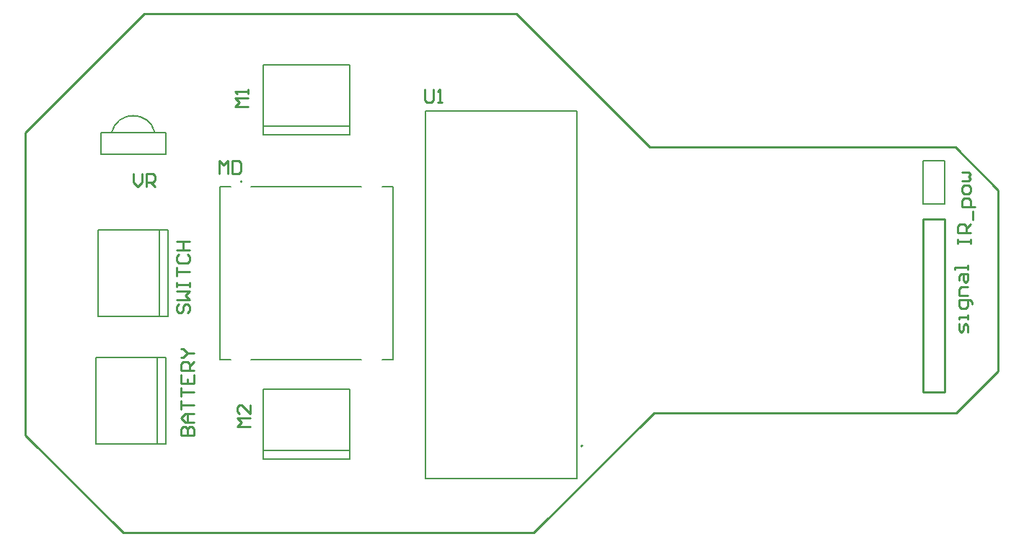
<source format=gto>
G04*
G04 #@! TF.GenerationSoftware,Altium Limited,Altium Designer,24.3.1 (35)*
G04*
G04 Layer_Color=65535*
%FSLAX44Y44*%
%MOMM*%
G71*
G04*
G04 #@! TF.SameCoordinates,7EAC95E6-D10C-43C9-9056-5E7D675A08E9*
G04*
G04*
G04 #@! TF.FilePolarity,Positive*
G04*
G01*
G75*
%ADD10C,0.2000*%
%ADD11C,0.1270*%
%ADD12C,0.2540*%
D10*
X1213600Y381000D02*
G03*
X1213600Y381000I-1000J0D01*
G01*
X813800Y691482D02*
G03*
X813800Y691482I-1000J0D01*
G01*
X1612900Y716280D02*
X1638300D01*
Y665480D02*
Y716280D01*
X1612900Y665480D02*
X1638300D01*
X1612900D02*
Y716280D01*
D11*
X711204Y749284D02*
G03*
X660396Y749284I-25404J-6334D01*
G01*
X1206500Y342900D02*
Y774700D01*
X1028700D02*
X1206500D01*
X1028700Y342900D02*
Y774700D01*
Y342900D02*
X1206500D01*
X977900Y482600D02*
X990600D01*
X787400D02*
X800100D01*
X977900Y685800D02*
X990600D01*
X787400D02*
X800100D01*
X824000D02*
X954000D01*
X824000Y482600D02*
X954000D01*
X990600D02*
Y685800D01*
X787400Y482600D02*
Y685800D01*
X838200Y828400D02*
X939800D01*
Y756400D02*
Y828400D01*
Y746400D02*
Y756400D01*
X838200Y746400D02*
X939800D01*
X838200D02*
Y756400D01*
Y828400D01*
Y756400D02*
X939800D01*
X838200Y447400D02*
X939800D01*
Y375400D02*
Y447400D01*
Y365400D02*
Y375400D01*
X838200Y365400D02*
X939800D01*
X838200D02*
Y375400D01*
Y447400D01*
Y375400D02*
X939800D01*
X723900Y723900D02*
Y749300D01*
X711200D02*
X723900D01*
X647700D02*
X660400D01*
X647700Y723900D02*
Y749300D01*
Y723900D02*
X723900D01*
X660400Y749300D02*
X711200D01*
X716800Y533400D02*
Y635000D01*
X644800Y533400D02*
X716800D01*
X726800D01*
Y635000D01*
X716800D02*
X726800D01*
X644800D02*
X716800D01*
X644800Y533400D02*
Y635000D01*
X714260Y383540D02*
Y485140D01*
X642260Y383540D02*
X714260D01*
X724260D01*
Y485140D01*
X714260D02*
X724260D01*
X642260D02*
X714260D01*
X642260Y383540D02*
Y485140D01*
D12*
X559308Y393446D02*
Y749300D01*
X1651254Y732028D02*
X1701546Y681736D01*
X1156208Y278892D02*
X1296924Y419608D01*
X1292352Y732028D02*
X1651254D01*
X673862Y278892D02*
X1156208D01*
X1652270Y419608D02*
X1701546Y468884D01*
X698500Y888492D02*
X1135888Y888492D01*
X1701546Y468884D02*
Y681736D01*
X559308Y749300D02*
X698500Y888492D01*
X1296924Y419608D02*
X1652270D01*
X559308Y393446D02*
X673862Y278892D01*
X1135888Y888492D02*
X1292352Y732028D01*
X1612900Y444500D02*
Y647700D01*
Y444500D02*
X1638300D01*
Y647700D01*
X1612900D02*
X1638300D01*
X787146Y701040D02*
Y716275D01*
X792224Y711197D01*
X797303Y716275D01*
Y701040D01*
X802381Y716275D02*
Y701040D01*
X809999D01*
X812538Y703579D01*
Y713736D01*
X809999Y716275D01*
X802381D01*
X739142Y547380D02*
X736602Y544841D01*
Y539763D01*
X739142Y537224D01*
X741681D01*
X744220Y539763D01*
Y544841D01*
X746759Y547380D01*
X749298D01*
X751837Y544841D01*
Y539763D01*
X749298Y537224D01*
X736602Y552459D02*
X751837D01*
X746759Y557537D01*
X751837Y562615D01*
X736602D01*
Y567694D02*
Y572772D01*
Y570233D01*
X751837D01*
Y567694D01*
Y572772D01*
X736602Y580390D02*
Y590546D01*
Y585468D01*
X751837D01*
X739142Y605781D02*
X736602Y603242D01*
Y598164D01*
X739142Y595625D01*
X749298D01*
X751837Y598164D01*
Y603242D01*
X749298Y605781D01*
X736602Y610860D02*
X751837D01*
X744220D01*
Y621017D01*
X736602D01*
X751837D01*
X741682Y393716D02*
X756917D01*
Y401334D01*
X754378Y403873D01*
X751839D01*
X749300Y401334D01*
Y393716D01*
Y401334D01*
X746761Y403873D01*
X744222D01*
X741682Y401334D01*
Y393716D01*
X756917Y408951D02*
X746761D01*
X741682Y414030D01*
X746761Y419108D01*
X756917D01*
X749300D01*
Y408951D01*
X741682Y424187D02*
Y434343D01*
Y429265D01*
X756917D01*
X741682Y439422D02*
Y449578D01*
Y444500D01*
X756917D01*
X741682Y464813D02*
Y454657D01*
X756917D01*
Y464813D01*
X749300Y454657D02*
Y459735D01*
X756917Y469892D02*
X741682D01*
Y477509D01*
X744222Y480048D01*
X749300D01*
X751839Y477509D01*
Y469892D01*
Y474970D02*
X756917Y480048D01*
X741682Y485127D02*
X744222D01*
X749300Y490205D01*
X744222Y495284D01*
X741682D01*
X749300Y490205D02*
X756917D01*
X685804Y701038D02*
Y690881D01*
X690882Y685803D01*
X695961Y690881D01*
Y701038D01*
X701039Y685803D02*
Y701038D01*
X708657D01*
X711196Y698498D01*
Y693420D01*
X708657Y690881D01*
X701039D01*
X706117D02*
X711196Y685803D01*
X1028446Y800349D02*
Y787653D01*
X1030985Y785114D01*
X1036064D01*
X1038603Y787653D01*
Y800349D01*
X1043681Y785114D02*
X1048759D01*
X1046220D01*
Y800349D01*
X1043681Y797810D01*
X1665730Y514871D02*
Y522488D01*
X1663191Y525028D01*
X1660652Y522488D01*
Y517410D01*
X1658113Y514871D01*
X1655574Y517410D01*
Y525028D01*
X1665730Y530106D02*
Y535184D01*
Y532645D01*
X1655574D01*
Y530106D01*
X1670809Y547880D02*
Y550419D01*
X1668270Y552958D01*
X1655574D01*
Y545341D01*
X1658113Y542802D01*
X1663191D01*
X1665730Y545341D01*
Y552958D01*
Y558037D02*
X1655574D01*
Y565654D01*
X1658113Y568194D01*
X1665730D01*
X1655574Y575811D02*
Y580889D01*
X1658113Y583429D01*
X1665730D01*
Y575811D01*
X1663191Y573272D01*
X1660652Y575811D01*
Y583429D01*
X1665730Y588507D02*
Y593585D01*
Y591046D01*
X1650495D01*
Y588507D01*
X822958Y403864D02*
X807722D01*
X812801Y408942D01*
X807722Y414021D01*
X822958D01*
Y429256D02*
Y419099D01*
X812801Y429256D01*
X810262D01*
X807722Y426717D01*
Y421638D01*
X810262Y419099D01*
X820417Y779783D02*
X805182D01*
X810261Y784862D01*
X805182Y789940D01*
X820417D01*
Y795018D02*
Y800097D01*
Y797558D01*
X805182D01*
X807722Y795018D01*
X1653543Y618504D02*
Y623582D01*
Y621043D01*
X1668778D01*
Y618504D01*
Y623582D01*
Y631199D02*
X1653543D01*
Y638817D01*
X1656082Y641356D01*
X1661161D01*
X1663700Y638817D01*
Y631199D01*
Y636278D02*
X1668778Y641356D01*
X1671317Y646434D02*
Y656591D01*
X1673857Y661670D02*
X1658622D01*
Y669287D01*
X1661161Y671826D01*
X1666239D01*
X1668778Y669287D01*
Y661670D01*
Y679444D02*
Y684522D01*
X1666239Y687061D01*
X1661161D01*
X1658622Y684522D01*
Y679444D01*
X1661161Y676905D01*
X1666239D01*
X1668778Y679444D01*
X1658622Y692140D02*
X1666239D01*
X1668778Y694679D01*
X1666239Y697218D01*
X1668778Y699757D01*
X1666239Y702297D01*
X1658622D01*
M02*

</source>
